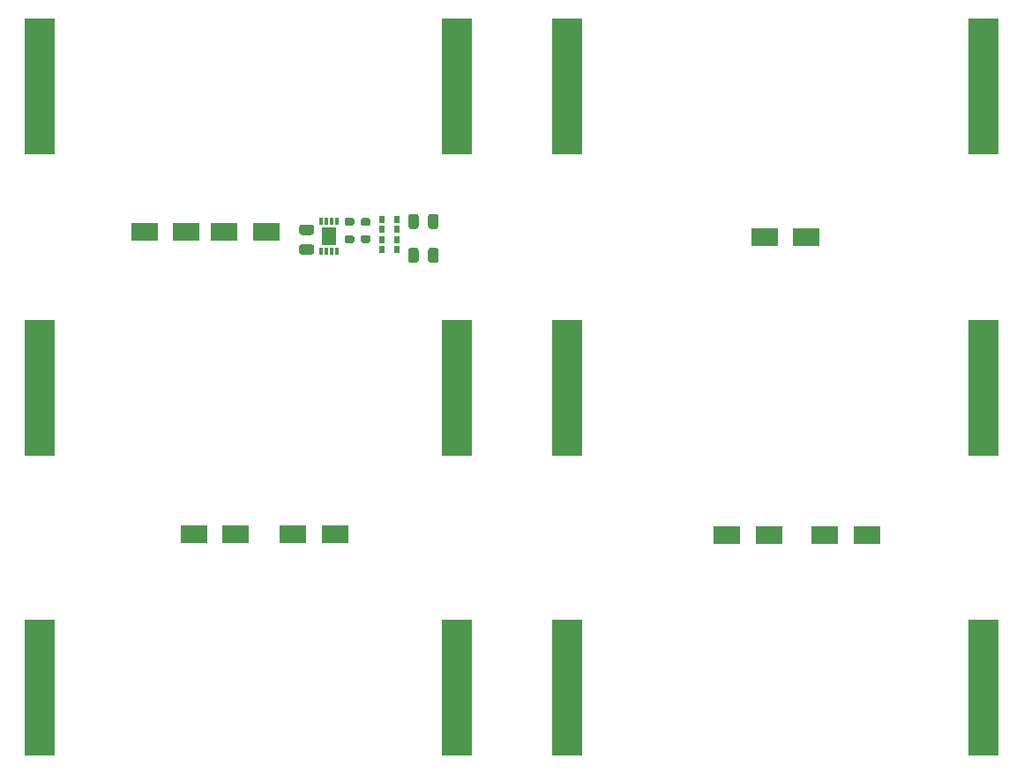
<source format=gbr>
%TF.GenerationSoftware,KiCad,Pcbnew,(5.1.10)-1*%
%TF.CreationDate,2022-11-13T15:12:26-08:00*%
%TF.ProjectId,-ZFace,2d5a4661-6365-42e6-9b69-6361645f7063,1.0*%
%TF.SameCoordinates,Original*%
%TF.FileFunction,Paste,Bot*%
%TF.FilePolarity,Positive*%
%FSLAX46Y46*%
G04 Gerber Fmt 4.6, Leading zero omitted, Abs format (unit mm)*
G04 Created by KiCad (PCBNEW (5.1.10)-1) date 2022-11-13 15:12:26*
%MOMM*%
%LPD*%
G01*
G04 APERTURE LIST*
%ADD10R,0.300000X0.750000*%
%ADD11R,1.450000X1.750000*%
%ADD12R,0.600000X0.720000*%
%ADD13R,3.000000X13.000000*%
%ADD14R,2.500000X1.700000*%
G04 APERTURE END LIST*
%TO.C,R3*%
G36*
G01*
X145175000Y-66450000D02*
X144625000Y-66450000D01*
G75*
G02*
X144425000Y-66250000I0J200000D01*
G01*
X144425000Y-65850000D01*
G75*
G02*
X144625000Y-65650000I200000J0D01*
G01*
X145175000Y-65650000D01*
G75*
G02*
X145375000Y-65850000I0J-200000D01*
G01*
X145375000Y-66250000D01*
G75*
G02*
X145175000Y-66450000I-200000J0D01*
G01*
G37*
G36*
G01*
X145175000Y-68100000D02*
X144625000Y-68100000D01*
G75*
G02*
X144425000Y-67900000I0J200000D01*
G01*
X144425000Y-67500000D01*
G75*
G02*
X144625000Y-67300000I200000J0D01*
G01*
X145175000Y-67300000D01*
G75*
G02*
X145375000Y-67500000I0J-200000D01*
G01*
X145375000Y-67900000D01*
G75*
G02*
X145175000Y-68100000I-200000J0D01*
G01*
G37*
%TD*%
D10*
%TO.C,U2*%
X143700000Y-68850000D03*
X143200000Y-68850000D03*
X142200000Y-68850000D03*
X142700000Y-68850000D03*
X143700000Y-65950000D03*
X143200000Y-65950000D03*
X142700000Y-65950000D03*
X142200000Y-65950000D03*
D11*
X142950000Y-67400000D03*
%TD*%
D12*
%TO.C,U1*%
X149450000Y-66770000D03*
X148050000Y-66770000D03*
X149450000Y-67740000D03*
X148050000Y-67740000D03*
X148050000Y-68710000D03*
X148050000Y-65800000D03*
X149450000Y-68710000D03*
X149450000Y-65800000D03*
%TD*%
D13*
%TO.C,SC6*%
X205800000Y-110800000D03*
X165800000Y-110800000D03*
%TD*%
%TO.C,SC5*%
X165800000Y-82000000D03*
X205800000Y-82000000D03*
%TD*%
%TO.C,SC4*%
X205800000Y-53000000D03*
X165800000Y-53000000D03*
%TD*%
%TO.C,SC3*%
X155200000Y-110800000D03*
X115200000Y-110800000D03*
%TD*%
%TO.C,SC2*%
X115200000Y-82000000D03*
X155200000Y-82000000D03*
%TD*%
%TO.C,SC1*%
X155200000Y-53000000D03*
X115200000Y-53000000D03*
%TD*%
%TO.C,R4*%
G36*
G01*
X146725000Y-66450000D02*
X146175000Y-66450000D01*
G75*
G02*
X145975000Y-66250000I0J200000D01*
G01*
X145975000Y-65850000D01*
G75*
G02*
X146175000Y-65650000I200000J0D01*
G01*
X146725000Y-65650000D01*
G75*
G02*
X146925000Y-65850000I0J-200000D01*
G01*
X146925000Y-66250000D01*
G75*
G02*
X146725000Y-66450000I-200000J0D01*
G01*
G37*
G36*
G01*
X146725000Y-68100000D02*
X146175000Y-68100000D01*
G75*
G02*
X145975000Y-67900000I0J200000D01*
G01*
X145975000Y-67500000D01*
G75*
G02*
X146175000Y-67300000I200000J0D01*
G01*
X146725000Y-67300000D01*
G75*
G02*
X146925000Y-67500000I0J-200000D01*
G01*
X146925000Y-67900000D01*
G75*
G02*
X146725000Y-68100000I-200000J0D01*
G01*
G37*
%TD*%
D14*
%TO.C,D7*%
X129250000Y-67000000D03*
X125250000Y-67000000D03*
%TD*%
%TO.C,D6*%
X181150000Y-96100000D03*
X185150000Y-96100000D03*
%TD*%
%TO.C,D5*%
X190550000Y-96100000D03*
X194550000Y-96100000D03*
%TD*%
%TO.C,D4*%
X188750000Y-67500000D03*
X184750000Y-67500000D03*
%TD*%
%TO.C,D3*%
X130000000Y-96000000D03*
X134000000Y-96000000D03*
%TD*%
%TO.C,D2*%
X139500000Y-96000000D03*
X143500000Y-96000000D03*
%TD*%
%TO.C,D1*%
X136900000Y-67000000D03*
X132900000Y-67000000D03*
%TD*%
%TO.C,C3*%
G36*
G01*
X141275000Y-67300000D02*
X140325000Y-67300000D01*
G75*
G02*
X140075000Y-67050000I0J250000D01*
G01*
X140075000Y-66550000D01*
G75*
G02*
X140325000Y-66300000I250000J0D01*
G01*
X141275000Y-66300000D01*
G75*
G02*
X141525000Y-66550000I0J-250000D01*
G01*
X141525000Y-67050000D01*
G75*
G02*
X141275000Y-67300000I-250000J0D01*
G01*
G37*
G36*
G01*
X141275000Y-69200000D02*
X140325000Y-69200000D01*
G75*
G02*
X140075000Y-68950000I0J250000D01*
G01*
X140075000Y-68450000D01*
G75*
G02*
X140325000Y-68200000I250000J0D01*
G01*
X141275000Y-68200000D01*
G75*
G02*
X141525000Y-68450000I0J-250000D01*
G01*
X141525000Y-68950000D01*
G75*
G02*
X141275000Y-69200000I-250000J0D01*
G01*
G37*
%TD*%
%TO.C,C2*%
G36*
G01*
X151550000Y-68775000D02*
X151550000Y-69725000D01*
G75*
G02*
X151300000Y-69975000I-250000J0D01*
G01*
X150800000Y-69975000D01*
G75*
G02*
X150550000Y-69725000I0J250000D01*
G01*
X150550000Y-68775000D01*
G75*
G02*
X150800000Y-68525000I250000J0D01*
G01*
X151300000Y-68525000D01*
G75*
G02*
X151550000Y-68775000I0J-250000D01*
G01*
G37*
G36*
G01*
X153450000Y-68775000D02*
X153450000Y-69725000D01*
G75*
G02*
X153200000Y-69975000I-250000J0D01*
G01*
X152700000Y-69975000D01*
G75*
G02*
X152450000Y-69725000I0J250000D01*
G01*
X152450000Y-68775000D01*
G75*
G02*
X152700000Y-68525000I250000J0D01*
G01*
X153200000Y-68525000D01*
G75*
G02*
X153450000Y-68775000I0J-250000D01*
G01*
G37*
%TD*%
%TO.C,C1*%
G36*
G01*
X152450000Y-66475000D02*
X152450000Y-65525000D01*
G75*
G02*
X152700000Y-65275000I250000J0D01*
G01*
X153200000Y-65275000D01*
G75*
G02*
X153450000Y-65525000I0J-250000D01*
G01*
X153450000Y-66475000D01*
G75*
G02*
X153200000Y-66725000I-250000J0D01*
G01*
X152700000Y-66725000D01*
G75*
G02*
X152450000Y-66475000I0J250000D01*
G01*
G37*
G36*
G01*
X150550000Y-66475000D02*
X150550000Y-65525000D01*
G75*
G02*
X150800000Y-65275000I250000J0D01*
G01*
X151300000Y-65275000D01*
G75*
G02*
X151550000Y-65525000I0J-250000D01*
G01*
X151550000Y-66475000D01*
G75*
G02*
X151300000Y-66725000I-250000J0D01*
G01*
X150800000Y-66725000D01*
G75*
G02*
X150550000Y-66475000I0J250000D01*
G01*
G37*
%TD*%
M02*

</source>
